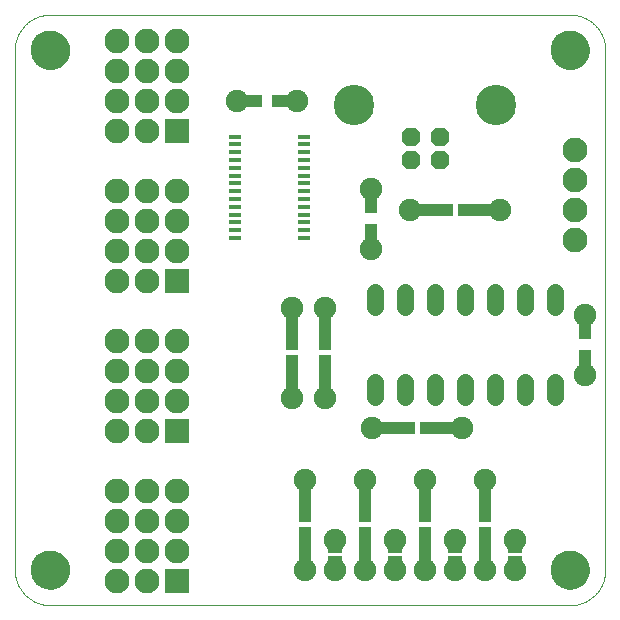
<source format=gts>
G75*
%MOIN*%
%OFA0B0*%
%FSLAX25Y25*%
%IPPOS*%
%LPD*%
%AMOC8*
5,1,8,0,0,1.08239X$1,22.5*
%
%ADD10C,0.00000*%
%ADD11C,0.12998*%
%ADD12R,0.04337X0.10636*%
%ADD13C,0.07487*%
%ADD14C,0.05600*%
%ADD15R,0.12998X0.04337*%
%ADD16OC8,0.06140*%
%ADD17C,0.13455*%
%ADD18R,0.04337X0.12998*%
%ADD19R,0.05124X0.03550*%
%ADD20C,0.08274*%
%ADD21R,0.08274X0.08274*%
%ADD22R,0.03943X0.01581*%
%ADD23R,0.10636X0.04337*%
D10*
X0004740Y0016551D02*
X0004740Y0189780D01*
X0010252Y0189780D02*
X0010254Y0189938D01*
X0010260Y0190096D01*
X0010270Y0190254D01*
X0010284Y0190412D01*
X0010302Y0190569D01*
X0010323Y0190726D01*
X0010349Y0190882D01*
X0010379Y0191038D01*
X0010412Y0191193D01*
X0010450Y0191346D01*
X0010491Y0191499D01*
X0010536Y0191651D01*
X0010585Y0191802D01*
X0010638Y0191951D01*
X0010694Y0192099D01*
X0010754Y0192245D01*
X0010818Y0192390D01*
X0010886Y0192533D01*
X0010957Y0192675D01*
X0011031Y0192815D01*
X0011109Y0192952D01*
X0011191Y0193088D01*
X0011275Y0193222D01*
X0011364Y0193353D01*
X0011455Y0193482D01*
X0011550Y0193609D01*
X0011647Y0193734D01*
X0011748Y0193856D01*
X0011852Y0193975D01*
X0011959Y0194092D01*
X0012069Y0194206D01*
X0012182Y0194317D01*
X0012297Y0194426D01*
X0012415Y0194531D01*
X0012536Y0194633D01*
X0012659Y0194733D01*
X0012785Y0194829D01*
X0012913Y0194922D01*
X0013043Y0195012D01*
X0013176Y0195098D01*
X0013311Y0195182D01*
X0013447Y0195261D01*
X0013586Y0195338D01*
X0013727Y0195410D01*
X0013869Y0195480D01*
X0014013Y0195545D01*
X0014159Y0195607D01*
X0014306Y0195665D01*
X0014455Y0195720D01*
X0014605Y0195771D01*
X0014756Y0195818D01*
X0014908Y0195861D01*
X0015061Y0195900D01*
X0015216Y0195936D01*
X0015371Y0195967D01*
X0015527Y0195995D01*
X0015683Y0196019D01*
X0015840Y0196039D01*
X0015998Y0196055D01*
X0016155Y0196067D01*
X0016314Y0196075D01*
X0016472Y0196079D01*
X0016630Y0196079D01*
X0016788Y0196075D01*
X0016947Y0196067D01*
X0017104Y0196055D01*
X0017262Y0196039D01*
X0017419Y0196019D01*
X0017575Y0195995D01*
X0017731Y0195967D01*
X0017886Y0195936D01*
X0018041Y0195900D01*
X0018194Y0195861D01*
X0018346Y0195818D01*
X0018497Y0195771D01*
X0018647Y0195720D01*
X0018796Y0195665D01*
X0018943Y0195607D01*
X0019089Y0195545D01*
X0019233Y0195480D01*
X0019375Y0195410D01*
X0019516Y0195338D01*
X0019655Y0195261D01*
X0019791Y0195182D01*
X0019926Y0195098D01*
X0020059Y0195012D01*
X0020189Y0194922D01*
X0020317Y0194829D01*
X0020443Y0194733D01*
X0020566Y0194633D01*
X0020687Y0194531D01*
X0020805Y0194426D01*
X0020920Y0194317D01*
X0021033Y0194206D01*
X0021143Y0194092D01*
X0021250Y0193975D01*
X0021354Y0193856D01*
X0021455Y0193734D01*
X0021552Y0193609D01*
X0021647Y0193482D01*
X0021738Y0193353D01*
X0021827Y0193222D01*
X0021911Y0193088D01*
X0021993Y0192952D01*
X0022071Y0192815D01*
X0022145Y0192675D01*
X0022216Y0192533D01*
X0022284Y0192390D01*
X0022348Y0192245D01*
X0022408Y0192099D01*
X0022464Y0191951D01*
X0022517Y0191802D01*
X0022566Y0191651D01*
X0022611Y0191499D01*
X0022652Y0191346D01*
X0022690Y0191193D01*
X0022723Y0191038D01*
X0022753Y0190882D01*
X0022779Y0190726D01*
X0022800Y0190569D01*
X0022818Y0190412D01*
X0022832Y0190254D01*
X0022842Y0190096D01*
X0022848Y0189938D01*
X0022850Y0189780D01*
X0022848Y0189622D01*
X0022842Y0189464D01*
X0022832Y0189306D01*
X0022818Y0189148D01*
X0022800Y0188991D01*
X0022779Y0188834D01*
X0022753Y0188678D01*
X0022723Y0188522D01*
X0022690Y0188367D01*
X0022652Y0188214D01*
X0022611Y0188061D01*
X0022566Y0187909D01*
X0022517Y0187758D01*
X0022464Y0187609D01*
X0022408Y0187461D01*
X0022348Y0187315D01*
X0022284Y0187170D01*
X0022216Y0187027D01*
X0022145Y0186885D01*
X0022071Y0186745D01*
X0021993Y0186608D01*
X0021911Y0186472D01*
X0021827Y0186338D01*
X0021738Y0186207D01*
X0021647Y0186078D01*
X0021552Y0185951D01*
X0021455Y0185826D01*
X0021354Y0185704D01*
X0021250Y0185585D01*
X0021143Y0185468D01*
X0021033Y0185354D01*
X0020920Y0185243D01*
X0020805Y0185134D01*
X0020687Y0185029D01*
X0020566Y0184927D01*
X0020443Y0184827D01*
X0020317Y0184731D01*
X0020189Y0184638D01*
X0020059Y0184548D01*
X0019926Y0184462D01*
X0019791Y0184378D01*
X0019655Y0184299D01*
X0019516Y0184222D01*
X0019375Y0184150D01*
X0019233Y0184080D01*
X0019089Y0184015D01*
X0018943Y0183953D01*
X0018796Y0183895D01*
X0018647Y0183840D01*
X0018497Y0183789D01*
X0018346Y0183742D01*
X0018194Y0183699D01*
X0018041Y0183660D01*
X0017886Y0183624D01*
X0017731Y0183593D01*
X0017575Y0183565D01*
X0017419Y0183541D01*
X0017262Y0183521D01*
X0017104Y0183505D01*
X0016947Y0183493D01*
X0016788Y0183485D01*
X0016630Y0183481D01*
X0016472Y0183481D01*
X0016314Y0183485D01*
X0016155Y0183493D01*
X0015998Y0183505D01*
X0015840Y0183521D01*
X0015683Y0183541D01*
X0015527Y0183565D01*
X0015371Y0183593D01*
X0015216Y0183624D01*
X0015061Y0183660D01*
X0014908Y0183699D01*
X0014756Y0183742D01*
X0014605Y0183789D01*
X0014455Y0183840D01*
X0014306Y0183895D01*
X0014159Y0183953D01*
X0014013Y0184015D01*
X0013869Y0184080D01*
X0013727Y0184150D01*
X0013586Y0184222D01*
X0013447Y0184299D01*
X0013311Y0184378D01*
X0013176Y0184462D01*
X0013043Y0184548D01*
X0012913Y0184638D01*
X0012785Y0184731D01*
X0012659Y0184827D01*
X0012536Y0184927D01*
X0012415Y0185029D01*
X0012297Y0185134D01*
X0012182Y0185243D01*
X0012069Y0185354D01*
X0011959Y0185468D01*
X0011852Y0185585D01*
X0011748Y0185704D01*
X0011647Y0185826D01*
X0011550Y0185951D01*
X0011455Y0186078D01*
X0011364Y0186207D01*
X0011275Y0186338D01*
X0011191Y0186472D01*
X0011109Y0186608D01*
X0011031Y0186745D01*
X0010957Y0186885D01*
X0010886Y0187027D01*
X0010818Y0187170D01*
X0010754Y0187315D01*
X0010694Y0187461D01*
X0010638Y0187609D01*
X0010585Y0187758D01*
X0010536Y0187909D01*
X0010491Y0188061D01*
X0010450Y0188214D01*
X0010412Y0188367D01*
X0010379Y0188522D01*
X0010349Y0188678D01*
X0010323Y0188834D01*
X0010302Y0188991D01*
X0010284Y0189148D01*
X0010270Y0189306D01*
X0010260Y0189464D01*
X0010254Y0189622D01*
X0010252Y0189780D01*
X0004740Y0189780D02*
X0004743Y0190065D01*
X0004754Y0190351D01*
X0004771Y0190636D01*
X0004795Y0190920D01*
X0004826Y0191204D01*
X0004864Y0191487D01*
X0004909Y0191768D01*
X0004960Y0192049D01*
X0005018Y0192329D01*
X0005083Y0192607D01*
X0005155Y0192883D01*
X0005233Y0193157D01*
X0005318Y0193430D01*
X0005410Y0193700D01*
X0005508Y0193968D01*
X0005612Y0194234D01*
X0005723Y0194497D01*
X0005840Y0194757D01*
X0005963Y0195015D01*
X0006093Y0195269D01*
X0006229Y0195520D01*
X0006370Y0195768D01*
X0006518Y0196012D01*
X0006671Y0196253D01*
X0006831Y0196489D01*
X0006996Y0196722D01*
X0007166Y0196951D01*
X0007342Y0197176D01*
X0007524Y0197396D01*
X0007710Y0197612D01*
X0007902Y0197823D01*
X0008099Y0198030D01*
X0008301Y0198232D01*
X0008508Y0198429D01*
X0008719Y0198621D01*
X0008935Y0198807D01*
X0009155Y0198989D01*
X0009380Y0199165D01*
X0009609Y0199335D01*
X0009842Y0199500D01*
X0010078Y0199660D01*
X0010319Y0199813D01*
X0010563Y0199961D01*
X0010811Y0200102D01*
X0011062Y0200238D01*
X0011316Y0200368D01*
X0011574Y0200491D01*
X0011834Y0200608D01*
X0012097Y0200719D01*
X0012363Y0200823D01*
X0012631Y0200921D01*
X0012901Y0201013D01*
X0013174Y0201098D01*
X0013448Y0201176D01*
X0013724Y0201248D01*
X0014002Y0201313D01*
X0014282Y0201371D01*
X0014563Y0201422D01*
X0014844Y0201467D01*
X0015127Y0201505D01*
X0015411Y0201536D01*
X0015695Y0201560D01*
X0015980Y0201577D01*
X0016266Y0201588D01*
X0016551Y0201591D01*
X0189780Y0201591D01*
X0183481Y0189780D02*
X0183483Y0189938D01*
X0183489Y0190096D01*
X0183499Y0190254D01*
X0183513Y0190412D01*
X0183531Y0190569D01*
X0183552Y0190726D01*
X0183578Y0190882D01*
X0183608Y0191038D01*
X0183641Y0191193D01*
X0183679Y0191346D01*
X0183720Y0191499D01*
X0183765Y0191651D01*
X0183814Y0191802D01*
X0183867Y0191951D01*
X0183923Y0192099D01*
X0183983Y0192245D01*
X0184047Y0192390D01*
X0184115Y0192533D01*
X0184186Y0192675D01*
X0184260Y0192815D01*
X0184338Y0192952D01*
X0184420Y0193088D01*
X0184504Y0193222D01*
X0184593Y0193353D01*
X0184684Y0193482D01*
X0184779Y0193609D01*
X0184876Y0193734D01*
X0184977Y0193856D01*
X0185081Y0193975D01*
X0185188Y0194092D01*
X0185298Y0194206D01*
X0185411Y0194317D01*
X0185526Y0194426D01*
X0185644Y0194531D01*
X0185765Y0194633D01*
X0185888Y0194733D01*
X0186014Y0194829D01*
X0186142Y0194922D01*
X0186272Y0195012D01*
X0186405Y0195098D01*
X0186540Y0195182D01*
X0186676Y0195261D01*
X0186815Y0195338D01*
X0186956Y0195410D01*
X0187098Y0195480D01*
X0187242Y0195545D01*
X0187388Y0195607D01*
X0187535Y0195665D01*
X0187684Y0195720D01*
X0187834Y0195771D01*
X0187985Y0195818D01*
X0188137Y0195861D01*
X0188290Y0195900D01*
X0188445Y0195936D01*
X0188600Y0195967D01*
X0188756Y0195995D01*
X0188912Y0196019D01*
X0189069Y0196039D01*
X0189227Y0196055D01*
X0189384Y0196067D01*
X0189543Y0196075D01*
X0189701Y0196079D01*
X0189859Y0196079D01*
X0190017Y0196075D01*
X0190176Y0196067D01*
X0190333Y0196055D01*
X0190491Y0196039D01*
X0190648Y0196019D01*
X0190804Y0195995D01*
X0190960Y0195967D01*
X0191115Y0195936D01*
X0191270Y0195900D01*
X0191423Y0195861D01*
X0191575Y0195818D01*
X0191726Y0195771D01*
X0191876Y0195720D01*
X0192025Y0195665D01*
X0192172Y0195607D01*
X0192318Y0195545D01*
X0192462Y0195480D01*
X0192604Y0195410D01*
X0192745Y0195338D01*
X0192884Y0195261D01*
X0193020Y0195182D01*
X0193155Y0195098D01*
X0193288Y0195012D01*
X0193418Y0194922D01*
X0193546Y0194829D01*
X0193672Y0194733D01*
X0193795Y0194633D01*
X0193916Y0194531D01*
X0194034Y0194426D01*
X0194149Y0194317D01*
X0194262Y0194206D01*
X0194372Y0194092D01*
X0194479Y0193975D01*
X0194583Y0193856D01*
X0194684Y0193734D01*
X0194781Y0193609D01*
X0194876Y0193482D01*
X0194967Y0193353D01*
X0195056Y0193222D01*
X0195140Y0193088D01*
X0195222Y0192952D01*
X0195300Y0192815D01*
X0195374Y0192675D01*
X0195445Y0192533D01*
X0195513Y0192390D01*
X0195577Y0192245D01*
X0195637Y0192099D01*
X0195693Y0191951D01*
X0195746Y0191802D01*
X0195795Y0191651D01*
X0195840Y0191499D01*
X0195881Y0191346D01*
X0195919Y0191193D01*
X0195952Y0191038D01*
X0195982Y0190882D01*
X0196008Y0190726D01*
X0196029Y0190569D01*
X0196047Y0190412D01*
X0196061Y0190254D01*
X0196071Y0190096D01*
X0196077Y0189938D01*
X0196079Y0189780D01*
X0196077Y0189622D01*
X0196071Y0189464D01*
X0196061Y0189306D01*
X0196047Y0189148D01*
X0196029Y0188991D01*
X0196008Y0188834D01*
X0195982Y0188678D01*
X0195952Y0188522D01*
X0195919Y0188367D01*
X0195881Y0188214D01*
X0195840Y0188061D01*
X0195795Y0187909D01*
X0195746Y0187758D01*
X0195693Y0187609D01*
X0195637Y0187461D01*
X0195577Y0187315D01*
X0195513Y0187170D01*
X0195445Y0187027D01*
X0195374Y0186885D01*
X0195300Y0186745D01*
X0195222Y0186608D01*
X0195140Y0186472D01*
X0195056Y0186338D01*
X0194967Y0186207D01*
X0194876Y0186078D01*
X0194781Y0185951D01*
X0194684Y0185826D01*
X0194583Y0185704D01*
X0194479Y0185585D01*
X0194372Y0185468D01*
X0194262Y0185354D01*
X0194149Y0185243D01*
X0194034Y0185134D01*
X0193916Y0185029D01*
X0193795Y0184927D01*
X0193672Y0184827D01*
X0193546Y0184731D01*
X0193418Y0184638D01*
X0193288Y0184548D01*
X0193155Y0184462D01*
X0193020Y0184378D01*
X0192884Y0184299D01*
X0192745Y0184222D01*
X0192604Y0184150D01*
X0192462Y0184080D01*
X0192318Y0184015D01*
X0192172Y0183953D01*
X0192025Y0183895D01*
X0191876Y0183840D01*
X0191726Y0183789D01*
X0191575Y0183742D01*
X0191423Y0183699D01*
X0191270Y0183660D01*
X0191115Y0183624D01*
X0190960Y0183593D01*
X0190804Y0183565D01*
X0190648Y0183541D01*
X0190491Y0183521D01*
X0190333Y0183505D01*
X0190176Y0183493D01*
X0190017Y0183485D01*
X0189859Y0183481D01*
X0189701Y0183481D01*
X0189543Y0183485D01*
X0189384Y0183493D01*
X0189227Y0183505D01*
X0189069Y0183521D01*
X0188912Y0183541D01*
X0188756Y0183565D01*
X0188600Y0183593D01*
X0188445Y0183624D01*
X0188290Y0183660D01*
X0188137Y0183699D01*
X0187985Y0183742D01*
X0187834Y0183789D01*
X0187684Y0183840D01*
X0187535Y0183895D01*
X0187388Y0183953D01*
X0187242Y0184015D01*
X0187098Y0184080D01*
X0186956Y0184150D01*
X0186815Y0184222D01*
X0186676Y0184299D01*
X0186540Y0184378D01*
X0186405Y0184462D01*
X0186272Y0184548D01*
X0186142Y0184638D01*
X0186014Y0184731D01*
X0185888Y0184827D01*
X0185765Y0184927D01*
X0185644Y0185029D01*
X0185526Y0185134D01*
X0185411Y0185243D01*
X0185298Y0185354D01*
X0185188Y0185468D01*
X0185081Y0185585D01*
X0184977Y0185704D01*
X0184876Y0185826D01*
X0184779Y0185951D01*
X0184684Y0186078D01*
X0184593Y0186207D01*
X0184504Y0186338D01*
X0184420Y0186472D01*
X0184338Y0186608D01*
X0184260Y0186745D01*
X0184186Y0186885D01*
X0184115Y0187027D01*
X0184047Y0187170D01*
X0183983Y0187315D01*
X0183923Y0187461D01*
X0183867Y0187609D01*
X0183814Y0187758D01*
X0183765Y0187909D01*
X0183720Y0188061D01*
X0183679Y0188214D01*
X0183641Y0188367D01*
X0183608Y0188522D01*
X0183578Y0188678D01*
X0183552Y0188834D01*
X0183531Y0188991D01*
X0183513Y0189148D01*
X0183499Y0189306D01*
X0183489Y0189464D01*
X0183483Y0189622D01*
X0183481Y0189780D01*
X0189780Y0201591D02*
X0190065Y0201588D01*
X0190351Y0201577D01*
X0190636Y0201560D01*
X0190920Y0201536D01*
X0191204Y0201505D01*
X0191487Y0201467D01*
X0191768Y0201422D01*
X0192049Y0201371D01*
X0192329Y0201313D01*
X0192607Y0201248D01*
X0192883Y0201176D01*
X0193157Y0201098D01*
X0193430Y0201013D01*
X0193700Y0200921D01*
X0193968Y0200823D01*
X0194234Y0200719D01*
X0194497Y0200608D01*
X0194757Y0200491D01*
X0195015Y0200368D01*
X0195269Y0200238D01*
X0195520Y0200102D01*
X0195768Y0199961D01*
X0196012Y0199813D01*
X0196253Y0199660D01*
X0196489Y0199500D01*
X0196722Y0199335D01*
X0196951Y0199165D01*
X0197176Y0198989D01*
X0197396Y0198807D01*
X0197612Y0198621D01*
X0197823Y0198429D01*
X0198030Y0198232D01*
X0198232Y0198030D01*
X0198429Y0197823D01*
X0198621Y0197612D01*
X0198807Y0197396D01*
X0198989Y0197176D01*
X0199165Y0196951D01*
X0199335Y0196722D01*
X0199500Y0196489D01*
X0199660Y0196253D01*
X0199813Y0196012D01*
X0199961Y0195768D01*
X0200102Y0195520D01*
X0200238Y0195269D01*
X0200368Y0195015D01*
X0200491Y0194757D01*
X0200608Y0194497D01*
X0200719Y0194234D01*
X0200823Y0193968D01*
X0200921Y0193700D01*
X0201013Y0193430D01*
X0201098Y0193157D01*
X0201176Y0192883D01*
X0201248Y0192607D01*
X0201313Y0192329D01*
X0201371Y0192049D01*
X0201422Y0191768D01*
X0201467Y0191487D01*
X0201505Y0191204D01*
X0201536Y0190920D01*
X0201560Y0190636D01*
X0201577Y0190351D01*
X0201588Y0190065D01*
X0201591Y0189780D01*
X0201591Y0016551D01*
X0183481Y0016551D02*
X0183483Y0016709D01*
X0183489Y0016867D01*
X0183499Y0017025D01*
X0183513Y0017183D01*
X0183531Y0017340D01*
X0183552Y0017497D01*
X0183578Y0017653D01*
X0183608Y0017809D01*
X0183641Y0017964D01*
X0183679Y0018117D01*
X0183720Y0018270D01*
X0183765Y0018422D01*
X0183814Y0018573D01*
X0183867Y0018722D01*
X0183923Y0018870D01*
X0183983Y0019016D01*
X0184047Y0019161D01*
X0184115Y0019304D01*
X0184186Y0019446D01*
X0184260Y0019586D01*
X0184338Y0019723D01*
X0184420Y0019859D01*
X0184504Y0019993D01*
X0184593Y0020124D01*
X0184684Y0020253D01*
X0184779Y0020380D01*
X0184876Y0020505D01*
X0184977Y0020627D01*
X0185081Y0020746D01*
X0185188Y0020863D01*
X0185298Y0020977D01*
X0185411Y0021088D01*
X0185526Y0021197D01*
X0185644Y0021302D01*
X0185765Y0021404D01*
X0185888Y0021504D01*
X0186014Y0021600D01*
X0186142Y0021693D01*
X0186272Y0021783D01*
X0186405Y0021869D01*
X0186540Y0021953D01*
X0186676Y0022032D01*
X0186815Y0022109D01*
X0186956Y0022181D01*
X0187098Y0022251D01*
X0187242Y0022316D01*
X0187388Y0022378D01*
X0187535Y0022436D01*
X0187684Y0022491D01*
X0187834Y0022542D01*
X0187985Y0022589D01*
X0188137Y0022632D01*
X0188290Y0022671D01*
X0188445Y0022707D01*
X0188600Y0022738D01*
X0188756Y0022766D01*
X0188912Y0022790D01*
X0189069Y0022810D01*
X0189227Y0022826D01*
X0189384Y0022838D01*
X0189543Y0022846D01*
X0189701Y0022850D01*
X0189859Y0022850D01*
X0190017Y0022846D01*
X0190176Y0022838D01*
X0190333Y0022826D01*
X0190491Y0022810D01*
X0190648Y0022790D01*
X0190804Y0022766D01*
X0190960Y0022738D01*
X0191115Y0022707D01*
X0191270Y0022671D01*
X0191423Y0022632D01*
X0191575Y0022589D01*
X0191726Y0022542D01*
X0191876Y0022491D01*
X0192025Y0022436D01*
X0192172Y0022378D01*
X0192318Y0022316D01*
X0192462Y0022251D01*
X0192604Y0022181D01*
X0192745Y0022109D01*
X0192884Y0022032D01*
X0193020Y0021953D01*
X0193155Y0021869D01*
X0193288Y0021783D01*
X0193418Y0021693D01*
X0193546Y0021600D01*
X0193672Y0021504D01*
X0193795Y0021404D01*
X0193916Y0021302D01*
X0194034Y0021197D01*
X0194149Y0021088D01*
X0194262Y0020977D01*
X0194372Y0020863D01*
X0194479Y0020746D01*
X0194583Y0020627D01*
X0194684Y0020505D01*
X0194781Y0020380D01*
X0194876Y0020253D01*
X0194967Y0020124D01*
X0195056Y0019993D01*
X0195140Y0019859D01*
X0195222Y0019723D01*
X0195300Y0019586D01*
X0195374Y0019446D01*
X0195445Y0019304D01*
X0195513Y0019161D01*
X0195577Y0019016D01*
X0195637Y0018870D01*
X0195693Y0018722D01*
X0195746Y0018573D01*
X0195795Y0018422D01*
X0195840Y0018270D01*
X0195881Y0018117D01*
X0195919Y0017964D01*
X0195952Y0017809D01*
X0195982Y0017653D01*
X0196008Y0017497D01*
X0196029Y0017340D01*
X0196047Y0017183D01*
X0196061Y0017025D01*
X0196071Y0016867D01*
X0196077Y0016709D01*
X0196079Y0016551D01*
X0196077Y0016393D01*
X0196071Y0016235D01*
X0196061Y0016077D01*
X0196047Y0015919D01*
X0196029Y0015762D01*
X0196008Y0015605D01*
X0195982Y0015449D01*
X0195952Y0015293D01*
X0195919Y0015138D01*
X0195881Y0014985D01*
X0195840Y0014832D01*
X0195795Y0014680D01*
X0195746Y0014529D01*
X0195693Y0014380D01*
X0195637Y0014232D01*
X0195577Y0014086D01*
X0195513Y0013941D01*
X0195445Y0013798D01*
X0195374Y0013656D01*
X0195300Y0013516D01*
X0195222Y0013379D01*
X0195140Y0013243D01*
X0195056Y0013109D01*
X0194967Y0012978D01*
X0194876Y0012849D01*
X0194781Y0012722D01*
X0194684Y0012597D01*
X0194583Y0012475D01*
X0194479Y0012356D01*
X0194372Y0012239D01*
X0194262Y0012125D01*
X0194149Y0012014D01*
X0194034Y0011905D01*
X0193916Y0011800D01*
X0193795Y0011698D01*
X0193672Y0011598D01*
X0193546Y0011502D01*
X0193418Y0011409D01*
X0193288Y0011319D01*
X0193155Y0011233D01*
X0193020Y0011149D01*
X0192884Y0011070D01*
X0192745Y0010993D01*
X0192604Y0010921D01*
X0192462Y0010851D01*
X0192318Y0010786D01*
X0192172Y0010724D01*
X0192025Y0010666D01*
X0191876Y0010611D01*
X0191726Y0010560D01*
X0191575Y0010513D01*
X0191423Y0010470D01*
X0191270Y0010431D01*
X0191115Y0010395D01*
X0190960Y0010364D01*
X0190804Y0010336D01*
X0190648Y0010312D01*
X0190491Y0010292D01*
X0190333Y0010276D01*
X0190176Y0010264D01*
X0190017Y0010256D01*
X0189859Y0010252D01*
X0189701Y0010252D01*
X0189543Y0010256D01*
X0189384Y0010264D01*
X0189227Y0010276D01*
X0189069Y0010292D01*
X0188912Y0010312D01*
X0188756Y0010336D01*
X0188600Y0010364D01*
X0188445Y0010395D01*
X0188290Y0010431D01*
X0188137Y0010470D01*
X0187985Y0010513D01*
X0187834Y0010560D01*
X0187684Y0010611D01*
X0187535Y0010666D01*
X0187388Y0010724D01*
X0187242Y0010786D01*
X0187098Y0010851D01*
X0186956Y0010921D01*
X0186815Y0010993D01*
X0186676Y0011070D01*
X0186540Y0011149D01*
X0186405Y0011233D01*
X0186272Y0011319D01*
X0186142Y0011409D01*
X0186014Y0011502D01*
X0185888Y0011598D01*
X0185765Y0011698D01*
X0185644Y0011800D01*
X0185526Y0011905D01*
X0185411Y0012014D01*
X0185298Y0012125D01*
X0185188Y0012239D01*
X0185081Y0012356D01*
X0184977Y0012475D01*
X0184876Y0012597D01*
X0184779Y0012722D01*
X0184684Y0012849D01*
X0184593Y0012978D01*
X0184504Y0013109D01*
X0184420Y0013243D01*
X0184338Y0013379D01*
X0184260Y0013516D01*
X0184186Y0013656D01*
X0184115Y0013798D01*
X0184047Y0013941D01*
X0183983Y0014086D01*
X0183923Y0014232D01*
X0183867Y0014380D01*
X0183814Y0014529D01*
X0183765Y0014680D01*
X0183720Y0014832D01*
X0183679Y0014985D01*
X0183641Y0015138D01*
X0183608Y0015293D01*
X0183578Y0015449D01*
X0183552Y0015605D01*
X0183531Y0015762D01*
X0183513Y0015919D01*
X0183499Y0016077D01*
X0183489Y0016235D01*
X0183483Y0016393D01*
X0183481Y0016551D01*
X0189780Y0004740D02*
X0190065Y0004743D01*
X0190351Y0004754D01*
X0190636Y0004771D01*
X0190920Y0004795D01*
X0191204Y0004826D01*
X0191487Y0004864D01*
X0191768Y0004909D01*
X0192049Y0004960D01*
X0192329Y0005018D01*
X0192607Y0005083D01*
X0192883Y0005155D01*
X0193157Y0005233D01*
X0193430Y0005318D01*
X0193700Y0005410D01*
X0193968Y0005508D01*
X0194234Y0005612D01*
X0194497Y0005723D01*
X0194757Y0005840D01*
X0195015Y0005963D01*
X0195269Y0006093D01*
X0195520Y0006229D01*
X0195768Y0006370D01*
X0196012Y0006518D01*
X0196253Y0006671D01*
X0196489Y0006831D01*
X0196722Y0006996D01*
X0196951Y0007166D01*
X0197176Y0007342D01*
X0197396Y0007524D01*
X0197612Y0007710D01*
X0197823Y0007902D01*
X0198030Y0008099D01*
X0198232Y0008301D01*
X0198429Y0008508D01*
X0198621Y0008719D01*
X0198807Y0008935D01*
X0198989Y0009155D01*
X0199165Y0009380D01*
X0199335Y0009609D01*
X0199500Y0009842D01*
X0199660Y0010078D01*
X0199813Y0010319D01*
X0199961Y0010563D01*
X0200102Y0010811D01*
X0200238Y0011062D01*
X0200368Y0011316D01*
X0200491Y0011574D01*
X0200608Y0011834D01*
X0200719Y0012097D01*
X0200823Y0012363D01*
X0200921Y0012631D01*
X0201013Y0012901D01*
X0201098Y0013174D01*
X0201176Y0013448D01*
X0201248Y0013724D01*
X0201313Y0014002D01*
X0201371Y0014282D01*
X0201422Y0014563D01*
X0201467Y0014844D01*
X0201505Y0015127D01*
X0201536Y0015411D01*
X0201560Y0015695D01*
X0201577Y0015980D01*
X0201588Y0016266D01*
X0201591Y0016551D01*
X0189780Y0004740D02*
X0016551Y0004740D01*
X0010252Y0016551D02*
X0010254Y0016709D01*
X0010260Y0016867D01*
X0010270Y0017025D01*
X0010284Y0017183D01*
X0010302Y0017340D01*
X0010323Y0017497D01*
X0010349Y0017653D01*
X0010379Y0017809D01*
X0010412Y0017964D01*
X0010450Y0018117D01*
X0010491Y0018270D01*
X0010536Y0018422D01*
X0010585Y0018573D01*
X0010638Y0018722D01*
X0010694Y0018870D01*
X0010754Y0019016D01*
X0010818Y0019161D01*
X0010886Y0019304D01*
X0010957Y0019446D01*
X0011031Y0019586D01*
X0011109Y0019723D01*
X0011191Y0019859D01*
X0011275Y0019993D01*
X0011364Y0020124D01*
X0011455Y0020253D01*
X0011550Y0020380D01*
X0011647Y0020505D01*
X0011748Y0020627D01*
X0011852Y0020746D01*
X0011959Y0020863D01*
X0012069Y0020977D01*
X0012182Y0021088D01*
X0012297Y0021197D01*
X0012415Y0021302D01*
X0012536Y0021404D01*
X0012659Y0021504D01*
X0012785Y0021600D01*
X0012913Y0021693D01*
X0013043Y0021783D01*
X0013176Y0021869D01*
X0013311Y0021953D01*
X0013447Y0022032D01*
X0013586Y0022109D01*
X0013727Y0022181D01*
X0013869Y0022251D01*
X0014013Y0022316D01*
X0014159Y0022378D01*
X0014306Y0022436D01*
X0014455Y0022491D01*
X0014605Y0022542D01*
X0014756Y0022589D01*
X0014908Y0022632D01*
X0015061Y0022671D01*
X0015216Y0022707D01*
X0015371Y0022738D01*
X0015527Y0022766D01*
X0015683Y0022790D01*
X0015840Y0022810D01*
X0015998Y0022826D01*
X0016155Y0022838D01*
X0016314Y0022846D01*
X0016472Y0022850D01*
X0016630Y0022850D01*
X0016788Y0022846D01*
X0016947Y0022838D01*
X0017104Y0022826D01*
X0017262Y0022810D01*
X0017419Y0022790D01*
X0017575Y0022766D01*
X0017731Y0022738D01*
X0017886Y0022707D01*
X0018041Y0022671D01*
X0018194Y0022632D01*
X0018346Y0022589D01*
X0018497Y0022542D01*
X0018647Y0022491D01*
X0018796Y0022436D01*
X0018943Y0022378D01*
X0019089Y0022316D01*
X0019233Y0022251D01*
X0019375Y0022181D01*
X0019516Y0022109D01*
X0019655Y0022032D01*
X0019791Y0021953D01*
X0019926Y0021869D01*
X0020059Y0021783D01*
X0020189Y0021693D01*
X0020317Y0021600D01*
X0020443Y0021504D01*
X0020566Y0021404D01*
X0020687Y0021302D01*
X0020805Y0021197D01*
X0020920Y0021088D01*
X0021033Y0020977D01*
X0021143Y0020863D01*
X0021250Y0020746D01*
X0021354Y0020627D01*
X0021455Y0020505D01*
X0021552Y0020380D01*
X0021647Y0020253D01*
X0021738Y0020124D01*
X0021827Y0019993D01*
X0021911Y0019859D01*
X0021993Y0019723D01*
X0022071Y0019586D01*
X0022145Y0019446D01*
X0022216Y0019304D01*
X0022284Y0019161D01*
X0022348Y0019016D01*
X0022408Y0018870D01*
X0022464Y0018722D01*
X0022517Y0018573D01*
X0022566Y0018422D01*
X0022611Y0018270D01*
X0022652Y0018117D01*
X0022690Y0017964D01*
X0022723Y0017809D01*
X0022753Y0017653D01*
X0022779Y0017497D01*
X0022800Y0017340D01*
X0022818Y0017183D01*
X0022832Y0017025D01*
X0022842Y0016867D01*
X0022848Y0016709D01*
X0022850Y0016551D01*
X0022848Y0016393D01*
X0022842Y0016235D01*
X0022832Y0016077D01*
X0022818Y0015919D01*
X0022800Y0015762D01*
X0022779Y0015605D01*
X0022753Y0015449D01*
X0022723Y0015293D01*
X0022690Y0015138D01*
X0022652Y0014985D01*
X0022611Y0014832D01*
X0022566Y0014680D01*
X0022517Y0014529D01*
X0022464Y0014380D01*
X0022408Y0014232D01*
X0022348Y0014086D01*
X0022284Y0013941D01*
X0022216Y0013798D01*
X0022145Y0013656D01*
X0022071Y0013516D01*
X0021993Y0013379D01*
X0021911Y0013243D01*
X0021827Y0013109D01*
X0021738Y0012978D01*
X0021647Y0012849D01*
X0021552Y0012722D01*
X0021455Y0012597D01*
X0021354Y0012475D01*
X0021250Y0012356D01*
X0021143Y0012239D01*
X0021033Y0012125D01*
X0020920Y0012014D01*
X0020805Y0011905D01*
X0020687Y0011800D01*
X0020566Y0011698D01*
X0020443Y0011598D01*
X0020317Y0011502D01*
X0020189Y0011409D01*
X0020059Y0011319D01*
X0019926Y0011233D01*
X0019791Y0011149D01*
X0019655Y0011070D01*
X0019516Y0010993D01*
X0019375Y0010921D01*
X0019233Y0010851D01*
X0019089Y0010786D01*
X0018943Y0010724D01*
X0018796Y0010666D01*
X0018647Y0010611D01*
X0018497Y0010560D01*
X0018346Y0010513D01*
X0018194Y0010470D01*
X0018041Y0010431D01*
X0017886Y0010395D01*
X0017731Y0010364D01*
X0017575Y0010336D01*
X0017419Y0010312D01*
X0017262Y0010292D01*
X0017104Y0010276D01*
X0016947Y0010264D01*
X0016788Y0010256D01*
X0016630Y0010252D01*
X0016472Y0010252D01*
X0016314Y0010256D01*
X0016155Y0010264D01*
X0015998Y0010276D01*
X0015840Y0010292D01*
X0015683Y0010312D01*
X0015527Y0010336D01*
X0015371Y0010364D01*
X0015216Y0010395D01*
X0015061Y0010431D01*
X0014908Y0010470D01*
X0014756Y0010513D01*
X0014605Y0010560D01*
X0014455Y0010611D01*
X0014306Y0010666D01*
X0014159Y0010724D01*
X0014013Y0010786D01*
X0013869Y0010851D01*
X0013727Y0010921D01*
X0013586Y0010993D01*
X0013447Y0011070D01*
X0013311Y0011149D01*
X0013176Y0011233D01*
X0013043Y0011319D01*
X0012913Y0011409D01*
X0012785Y0011502D01*
X0012659Y0011598D01*
X0012536Y0011698D01*
X0012415Y0011800D01*
X0012297Y0011905D01*
X0012182Y0012014D01*
X0012069Y0012125D01*
X0011959Y0012239D01*
X0011852Y0012356D01*
X0011748Y0012475D01*
X0011647Y0012597D01*
X0011550Y0012722D01*
X0011455Y0012849D01*
X0011364Y0012978D01*
X0011275Y0013109D01*
X0011191Y0013243D01*
X0011109Y0013379D01*
X0011031Y0013516D01*
X0010957Y0013656D01*
X0010886Y0013798D01*
X0010818Y0013941D01*
X0010754Y0014086D01*
X0010694Y0014232D01*
X0010638Y0014380D01*
X0010585Y0014529D01*
X0010536Y0014680D01*
X0010491Y0014832D01*
X0010450Y0014985D01*
X0010412Y0015138D01*
X0010379Y0015293D01*
X0010349Y0015449D01*
X0010323Y0015605D01*
X0010302Y0015762D01*
X0010284Y0015919D01*
X0010270Y0016077D01*
X0010260Y0016235D01*
X0010254Y0016393D01*
X0010252Y0016551D01*
X0004740Y0016551D02*
X0004743Y0016266D01*
X0004754Y0015980D01*
X0004771Y0015695D01*
X0004795Y0015411D01*
X0004826Y0015127D01*
X0004864Y0014844D01*
X0004909Y0014563D01*
X0004960Y0014282D01*
X0005018Y0014002D01*
X0005083Y0013724D01*
X0005155Y0013448D01*
X0005233Y0013174D01*
X0005318Y0012901D01*
X0005410Y0012631D01*
X0005508Y0012363D01*
X0005612Y0012097D01*
X0005723Y0011834D01*
X0005840Y0011574D01*
X0005963Y0011316D01*
X0006093Y0011062D01*
X0006229Y0010811D01*
X0006370Y0010563D01*
X0006518Y0010319D01*
X0006671Y0010078D01*
X0006831Y0009842D01*
X0006996Y0009609D01*
X0007166Y0009380D01*
X0007342Y0009155D01*
X0007524Y0008935D01*
X0007710Y0008719D01*
X0007902Y0008508D01*
X0008099Y0008301D01*
X0008301Y0008099D01*
X0008508Y0007902D01*
X0008719Y0007710D01*
X0008935Y0007524D01*
X0009155Y0007342D01*
X0009380Y0007166D01*
X0009609Y0006996D01*
X0009842Y0006831D01*
X0010078Y0006671D01*
X0010319Y0006518D01*
X0010563Y0006370D01*
X0010811Y0006229D01*
X0011062Y0006093D01*
X0011316Y0005963D01*
X0011574Y0005840D01*
X0011834Y0005723D01*
X0012097Y0005612D01*
X0012363Y0005508D01*
X0012631Y0005410D01*
X0012901Y0005318D01*
X0013174Y0005233D01*
X0013448Y0005155D01*
X0013724Y0005083D01*
X0014002Y0005018D01*
X0014282Y0004960D01*
X0014563Y0004909D01*
X0014844Y0004864D01*
X0015127Y0004826D01*
X0015411Y0004795D01*
X0015695Y0004771D01*
X0015980Y0004754D01*
X0016266Y0004743D01*
X0016551Y0004740D01*
D11*
X0016551Y0016551D03*
X0016551Y0189780D03*
X0189780Y0189780D03*
X0189780Y0016551D03*
D12*
X0194740Y0084504D03*
X0194740Y0098677D03*
X0123591Y0126504D03*
X0123591Y0140677D03*
D13*
X0123591Y0143591D03*
X0136591Y0136591D03*
X0123591Y0123591D03*
X0108028Y0103953D03*
X0097240Y0103953D03*
X0097240Y0073953D03*
X0108028Y0073953D03*
X0123953Y0063953D03*
X0121591Y0046591D03*
X0131591Y0026591D03*
X0131591Y0016591D03*
X0141591Y0016591D03*
X0151591Y0016591D03*
X0151591Y0026591D03*
X0161591Y0016591D03*
X0171591Y0016591D03*
X0171591Y0026591D03*
X0161591Y0046591D03*
X0153953Y0063953D03*
X0141591Y0046591D03*
X0121591Y0016591D03*
X0111591Y0016591D03*
X0111591Y0026591D03*
X0101591Y0016591D03*
X0101591Y0046591D03*
X0166591Y0136591D03*
X0194740Y0101591D03*
X0194740Y0081591D03*
X0098740Y0172740D03*
X0078740Y0172740D03*
D14*
X0124740Y0109191D02*
X0124740Y0103991D01*
X0134740Y0103991D02*
X0134740Y0109191D01*
X0144740Y0109191D02*
X0144740Y0103991D01*
X0154740Y0103991D02*
X0154740Y0109191D01*
X0164740Y0109191D02*
X0164740Y0103991D01*
X0174740Y0103991D02*
X0174740Y0109191D01*
X0184740Y0109191D02*
X0184740Y0103991D01*
X0184740Y0079191D02*
X0184740Y0073991D01*
X0174740Y0073991D02*
X0174740Y0079191D01*
X0164740Y0079191D02*
X0164740Y0073991D01*
X0154740Y0073991D02*
X0154740Y0079191D01*
X0144740Y0079191D02*
X0144740Y0073991D01*
X0134740Y0073991D02*
X0134740Y0079191D01*
X0124740Y0079191D02*
X0124740Y0073991D01*
D15*
X0131866Y0063953D03*
X0146039Y0063953D03*
X0144504Y0136591D03*
X0158677Y0136591D03*
D16*
X0146512Y0153047D03*
X0146512Y0160921D03*
X0136669Y0160921D03*
X0136669Y0153047D03*
D17*
X0117890Y0171591D03*
X0165291Y0171591D03*
D18*
X0108028Y0096039D03*
X0097240Y0096039D03*
X0097240Y0081866D03*
X0108028Y0081866D03*
X0101591Y0038677D03*
X0101591Y0024504D03*
X0121591Y0024504D03*
X0121591Y0038677D03*
X0141591Y0038677D03*
X0141591Y0024504D03*
X0161591Y0024504D03*
X0161591Y0038677D03*
D19*
X0171591Y0023677D03*
X0171591Y0019504D03*
X0151591Y0019504D03*
X0151591Y0023677D03*
X0131591Y0023677D03*
X0131591Y0019504D03*
X0111591Y0019504D03*
X0111591Y0023677D03*
D20*
X0058740Y0022740D03*
X0048740Y0022740D03*
X0048740Y0012740D03*
X0038740Y0012740D03*
X0038740Y0022740D03*
X0038740Y0032740D03*
X0038740Y0042740D03*
X0048740Y0042740D03*
X0048740Y0032740D03*
X0058740Y0032740D03*
X0058740Y0042740D03*
X0048740Y0062740D03*
X0038740Y0062740D03*
X0038740Y0072740D03*
X0038740Y0082740D03*
X0038740Y0092740D03*
X0048740Y0092740D03*
X0048740Y0082740D03*
X0048740Y0072740D03*
X0058740Y0072740D03*
X0058740Y0082740D03*
X0058740Y0092740D03*
X0048740Y0112740D03*
X0038740Y0112740D03*
X0038740Y0122740D03*
X0038740Y0132740D03*
X0038740Y0142740D03*
X0048740Y0142740D03*
X0048740Y0132740D03*
X0048740Y0122740D03*
X0058740Y0122740D03*
X0058740Y0132740D03*
X0058740Y0142740D03*
X0048740Y0162740D03*
X0038740Y0162740D03*
X0038740Y0172740D03*
X0038740Y0182740D03*
X0038740Y0192740D03*
X0048740Y0192740D03*
X0048740Y0182740D03*
X0048740Y0172740D03*
X0058740Y0172740D03*
X0058740Y0182740D03*
X0058740Y0192740D03*
X0191591Y0156591D03*
X0191591Y0146591D03*
X0191591Y0136591D03*
X0191591Y0126591D03*
D21*
X0058740Y0112740D03*
X0058740Y0062740D03*
X0058740Y0012740D03*
X0058740Y0162740D03*
D22*
X0078240Y0160940D03*
X0078240Y0158340D03*
X0078240Y0155740D03*
X0078240Y0153140D03*
X0078240Y0150540D03*
X0078240Y0147940D03*
X0078240Y0145340D03*
X0078217Y0142740D03*
X0078240Y0140140D03*
X0078240Y0137540D03*
X0078240Y0134940D03*
X0078240Y0132340D03*
X0078240Y0129740D03*
X0078240Y0127140D03*
X0101240Y0127140D03*
X0101240Y0129740D03*
X0101240Y0132340D03*
X0101240Y0134940D03*
X0101240Y0137540D03*
X0101240Y0140140D03*
X0101264Y0142740D03*
X0101240Y0145340D03*
X0101240Y0147940D03*
X0101240Y0150540D03*
X0101240Y0153140D03*
X0101240Y0155740D03*
X0101240Y0158340D03*
X0101240Y0160940D03*
D23*
X0095827Y0172740D03*
X0081654Y0172740D03*
M02*

</source>
